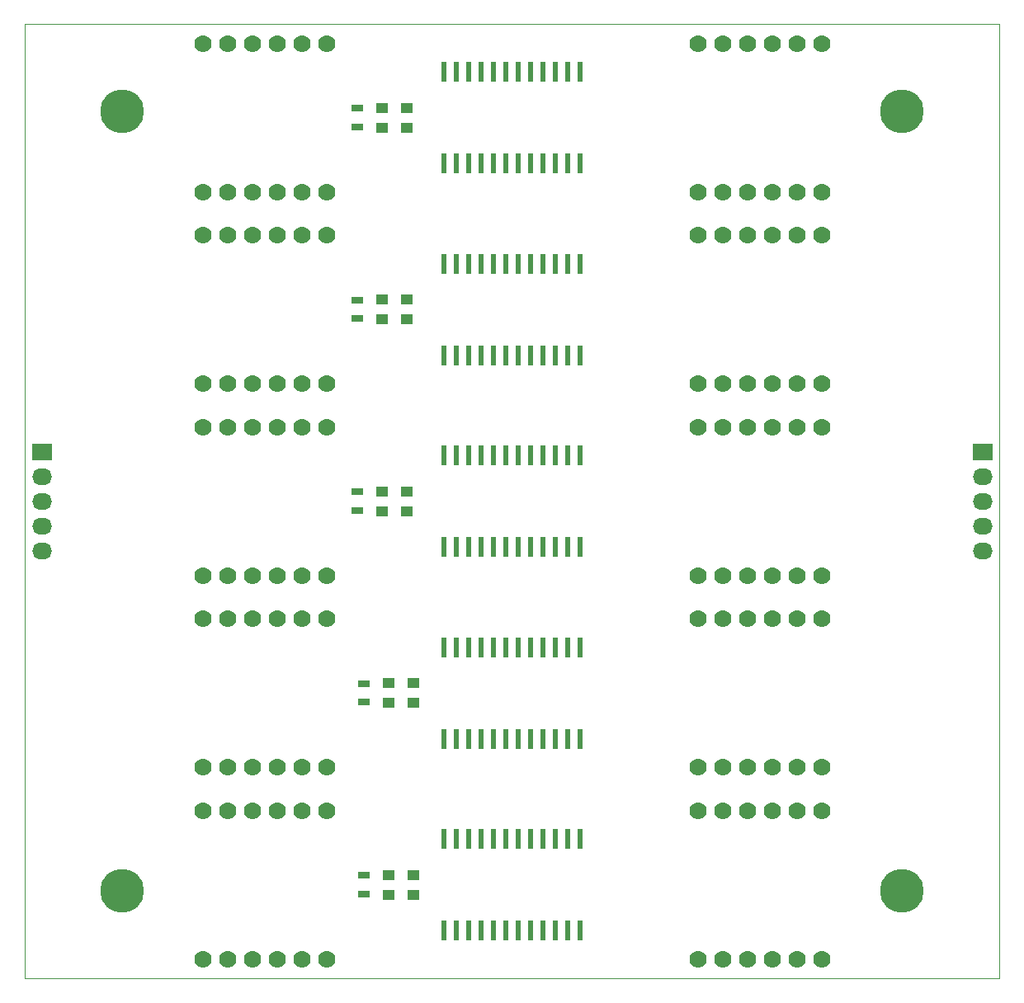
<source format=gbs>
G04 #@! TF.FileFunction,Soldermask,Bot*
%FSLAX46Y46*%
G04 Gerber Fmt 4.6, Leading zero omitted, Abs format (unit mm)*
G04 Created by KiCad (PCBNEW 4.0.2-stable) date 11/09/2016 10:57:48*
%MOMM*%
G01*
G04 APERTURE LIST*
%ADD10C,0.150000*%
%ADD11C,0.100000*%
%ADD12C,1.778000*%
%ADD13R,1.250000X1.000000*%
%ADD14C,4.500880*%
%ADD15R,2.032000X1.727200*%
%ADD16O,2.032000X1.727200*%
%ADD17R,1.300000X0.700000*%
%ADD18R,0.600000X2.000000*%
G04 APERTURE END LIST*
D10*
D11*
X50800000Y-29000000D02*
X50800000Y-127000000D01*
X150800000Y-29000000D02*
X150800000Y-127000000D01*
X50800000Y-29000000D02*
X150800000Y-29000000D01*
X150800000Y-127000000D02*
X50800000Y-127000000D01*
D12*
X69050000Y-46250000D03*
X71590000Y-46250000D03*
X74130000Y-46250000D03*
X76670000Y-46250000D03*
X79210000Y-46250000D03*
X81750000Y-46250000D03*
X81750000Y-31010000D03*
X79210000Y-31010000D03*
X74130000Y-31010000D03*
X76670000Y-31010000D03*
X71590000Y-31010000D03*
X69050000Y-31010000D03*
D13*
X87465000Y-39630000D03*
X87465000Y-37630000D03*
X90005000Y-39630000D03*
X90005000Y-37630000D03*
X87465000Y-59315000D03*
X87465000Y-57315000D03*
X90005000Y-59315000D03*
X90005000Y-57315000D03*
X90005000Y-79000000D03*
X90005000Y-77000000D03*
X87465000Y-79000000D03*
X87465000Y-77000000D03*
X88100000Y-98685000D03*
X88100000Y-96685000D03*
X90640000Y-98685000D03*
X90640000Y-96685000D03*
X88100000Y-118370000D03*
X88100000Y-116370000D03*
X90640000Y-118370000D03*
X90640000Y-116370000D03*
D14*
X140800000Y-118000000D03*
X140800000Y-38000000D03*
X60800000Y-118000000D03*
X60800000Y-38000000D03*
D15*
X52540000Y-72920000D03*
D16*
X52540000Y-75460000D03*
X52540000Y-78000000D03*
X52540000Y-80540000D03*
X52540000Y-83080000D03*
D15*
X149060000Y-72920000D03*
D16*
X149060000Y-75460000D03*
X149060000Y-78000000D03*
X149060000Y-80540000D03*
X149060000Y-83080000D03*
D17*
X84925000Y-39580000D03*
X84925000Y-37680000D03*
X84925000Y-59265000D03*
X84925000Y-57365000D03*
X84925000Y-78950000D03*
X84925000Y-77050000D03*
X85560000Y-98635000D03*
X85560000Y-96735000D03*
X85560000Y-118320000D03*
X85560000Y-116420000D03*
D12*
X119850000Y-46250000D03*
X122390000Y-46250000D03*
X124930000Y-46250000D03*
X127470000Y-46250000D03*
X130010000Y-46250000D03*
X132550000Y-46250000D03*
X132550000Y-31010000D03*
X130010000Y-31010000D03*
X124930000Y-31010000D03*
X127470000Y-31010000D03*
X122390000Y-31010000D03*
X119850000Y-31010000D03*
X69050000Y-65935000D03*
X71590000Y-65935000D03*
X74130000Y-65935000D03*
X76670000Y-65935000D03*
X79210000Y-65935000D03*
X81750000Y-65935000D03*
X81750000Y-50695000D03*
X79210000Y-50695000D03*
X74130000Y-50695000D03*
X76670000Y-50695000D03*
X71590000Y-50695000D03*
X69050000Y-50695000D03*
X119850000Y-65935000D03*
X122390000Y-65935000D03*
X124930000Y-65935000D03*
X127470000Y-65935000D03*
X130010000Y-65935000D03*
X132550000Y-65935000D03*
X132550000Y-50695000D03*
X130010000Y-50695000D03*
X124930000Y-50695000D03*
X127470000Y-50695000D03*
X122390000Y-50695000D03*
X119850000Y-50695000D03*
X69050000Y-85620000D03*
X71590000Y-85620000D03*
X74130000Y-85620000D03*
X76670000Y-85620000D03*
X79210000Y-85620000D03*
X81750000Y-85620000D03*
X81750000Y-70380000D03*
X79210000Y-70380000D03*
X74130000Y-70380000D03*
X76670000Y-70380000D03*
X71590000Y-70380000D03*
X69050000Y-70380000D03*
X119850000Y-85620000D03*
X122390000Y-85620000D03*
X124930000Y-85620000D03*
X127470000Y-85620000D03*
X130010000Y-85620000D03*
X132550000Y-85620000D03*
X132550000Y-70380000D03*
X130010000Y-70380000D03*
X124930000Y-70380000D03*
X127470000Y-70380000D03*
X122390000Y-70380000D03*
X119850000Y-70380000D03*
X69050000Y-105305000D03*
X71590000Y-105305000D03*
X74130000Y-105305000D03*
X76670000Y-105305000D03*
X79210000Y-105305000D03*
X81750000Y-105305000D03*
X81750000Y-90065000D03*
X79210000Y-90065000D03*
X74130000Y-90065000D03*
X76670000Y-90065000D03*
X71590000Y-90065000D03*
X69050000Y-90065000D03*
X119850000Y-105305000D03*
X122390000Y-105305000D03*
X124930000Y-105305000D03*
X127470000Y-105305000D03*
X130010000Y-105305000D03*
X132550000Y-105305000D03*
X132550000Y-90065000D03*
X130010000Y-90065000D03*
X124930000Y-90065000D03*
X127470000Y-90065000D03*
X122390000Y-90065000D03*
X119850000Y-90065000D03*
X69050000Y-124990000D03*
X71590000Y-124990000D03*
X74130000Y-124990000D03*
X76670000Y-124990000D03*
X79210000Y-124990000D03*
X81750000Y-124990000D03*
X81750000Y-109750000D03*
X79210000Y-109750000D03*
X74130000Y-109750000D03*
X76670000Y-109750000D03*
X71590000Y-109750000D03*
X69050000Y-109750000D03*
X119850000Y-124990000D03*
X122390000Y-124990000D03*
X124930000Y-124990000D03*
X127470000Y-124990000D03*
X130010000Y-124990000D03*
X132550000Y-124990000D03*
X132550000Y-109750000D03*
X130010000Y-109750000D03*
X124930000Y-109750000D03*
X127470000Y-109750000D03*
X122390000Y-109750000D03*
X119850000Y-109750000D03*
D18*
X93815000Y-33930000D03*
X95085000Y-33930000D03*
X96355000Y-33930000D03*
X97625000Y-33930000D03*
X98895000Y-33930000D03*
X100165000Y-33930000D03*
X101435000Y-33930000D03*
X102705000Y-33930000D03*
X103975000Y-33930000D03*
X105245000Y-33930000D03*
X106515000Y-33930000D03*
X107785000Y-33930000D03*
X107785000Y-43330000D03*
X106515000Y-43330000D03*
X105245000Y-43330000D03*
X103975000Y-43330000D03*
X102705000Y-43330000D03*
X101435000Y-43330000D03*
X100165000Y-43330000D03*
X98895000Y-43330000D03*
X97625000Y-43330000D03*
X96355000Y-43330000D03*
X95085000Y-43330000D03*
X93815000Y-43330000D03*
X93815000Y-53615000D03*
X95085000Y-53615000D03*
X96355000Y-53615000D03*
X97625000Y-53615000D03*
X98895000Y-53615000D03*
X100165000Y-53615000D03*
X101435000Y-53615000D03*
X102705000Y-53615000D03*
X103975000Y-53615000D03*
X105245000Y-53615000D03*
X106515000Y-53615000D03*
X107785000Y-53615000D03*
X107785000Y-63015000D03*
X106515000Y-63015000D03*
X105245000Y-63015000D03*
X103975000Y-63015000D03*
X102705000Y-63015000D03*
X101435000Y-63015000D03*
X100165000Y-63015000D03*
X98895000Y-63015000D03*
X97625000Y-63015000D03*
X96355000Y-63015000D03*
X95085000Y-63015000D03*
X93815000Y-63015000D03*
X93815000Y-73300000D03*
X95085000Y-73300000D03*
X96355000Y-73300000D03*
X97625000Y-73300000D03*
X98895000Y-73300000D03*
X100165000Y-73300000D03*
X101435000Y-73300000D03*
X102705000Y-73300000D03*
X103975000Y-73300000D03*
X105245000Y-73300000D03*
X106515000Y-73300000D03*
X107785000Y-73300000D03*
X107785000Y-82700000D03*
X106515000Y-82700000D03*
X105245000Y-82700000D03*
X103975000Y-82700000D03*
X102705000Y-82700000D03*
X101435000Y-82700000D03*
X100165000Y-82700000D03*
X98895000Y-82700000D03*
X97625000Y-82700000D03*
X96355000Y-82700000D03*
X95085000Y-82700000D03*
X93815000Y-82700000D03*
X93815000Y-92985000D03*
X95085000Y-92985000D03*
X96355000Y-92985000D03*
X97625000Y-92985000D03*
X98895000Y-92985000D03*
X100165000Y-92985000D03*
X101435000Y-92985000D03*
X102705000Y-92985000D03*
X103975000Y-92985000D03*
X105245000Y-92985000D03*
X106515000Y-92985000D03*
X107785000Y-92985000D03*
X107785000Y-102385000D03*
X106515000Y-102385000D03*
X105245000Y-102385000D03*
X103975000Y-102385000D03*
X102705000Y-102385000D03*
X101435000Y-102385000D03*
X100165000Y-102385000D03*
X98895000Y-102385000D03*
X97625000Y-102385000D03*
X96355000Y-102385000D03*
X95085000Y-102385000D03*
X93815000Y-102385000D03*
X93815000Y-112670000D03*
X95085000Y-112670000D03*
X96355000Y-112670000D03*
X97625000Y-112670000D03*
X98895000Y-112670000D03*
X100165000Y-112670000D03*
X101435000Y-112670000D03*
X102705000Y-112670000D03*
X103975000Y-112670000D03*
X105245000Y-112670000D03*
X106515000Y-112670000D03*
X107785000Y-112670000D03*
X107785000Y-122070000D03*
X106515000Y-122070000D03*
X105245000Y-122070000D03*
X103975000Y-122070000D03*
X102705000Y-122070000D03*
X101435000Y-122070000D03*
X100165000Y-122070000D03*
X98895000Y-122070000D03*
X97625000Y-122070000D03*
X96355000Y-122070000D03*
X95085000Y-122070000D03*
X93815000Y-122070000D03*
M02*

</source>
